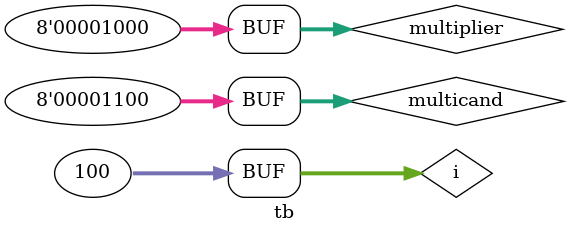
<source format=sv>
`timescale 1ns/1ns
`define DELAY 100

module tb();

 // Beginning of automatic reg inputs (for undeclared instantiated-module inputs)
 reg [8-1:0] multicand; // To mul1 of cla_multiplier.v
 reg [8-1:0] multiplier; // To mul1 of cla_multiplier.v
 // End of automatics

 // Beginning of automatic wires (for undeclared instantiated-module outputs)
 wire [(8+8-1):0]product;// From mul1 of cla_multiplier.v
 // End of automatics

 wallace_mult mul1(
    .out(product[15:0]),
    .x(multicand[7:0]),
    .y(multiplier[7:0])
);


	integer i;
	initial begin
	
		multicand = 8'd0;
		multiplier = 8'd0;
		
		for (i = 0; i < 100; i = i + 1) begin: W1
			#(`DELAY) 
			multicand = multicand + 1; 
			multiplier = multiplier + 1;
			
		end
 
		#(`DELAY) //correct
		multicand = 8'd6;
		multiplier = 8'd5;
	
		#(`DELAY) //correct
		multicand = 8'd12;
		multiplier = 8'd10;
 
		#(`DELAY) //correct
		multicand = 8'd10;
		multiplier = 8'd4;
 
		#(`DELAY) //correct
		multicand = 8'd6;
		multiplier = 8'd10;
 
		#(`DELAY) //correct
		multicand = 8'd12;
		multiplier = 8'd8;
	end
endmodule

</source>
